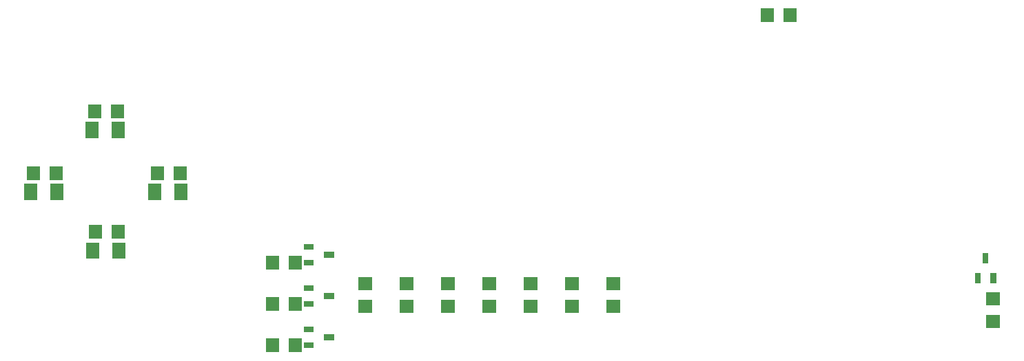
<source format=gbp>
G04 Layer: BottomPasteMaskLayer*
G04 EasyEDA v6.3.22, 2020-04-19T15:25:33+02:00*
G04 9585e20cbaa244c19a7501b8b38ea314,91c4fea8558b4139a52e513319813ad2,10*
G04 Gerber Generator version 0.2*
G04 Scale: 100 percent, Rotated: No, Reflected: No *
G04 Dimensions in millimeters *
G04 leading zeros omitted , absolute positions ,3 integer and 3 decimal *
%FSLAX33Y33*%
%MOMM*%
G90*
G71D02*


%LPD*%
G36*
G01X55049Y17203D02*
G01X55049Y15602D01*
G01X56750Y15602D01*
G01X56750Y17203D01*
G01X55049Y17203D01*
G37*
G36*
G01X55049Y19997D02*
G01X55049Y18396D01*
G01X56750Y18396D01*
G01X56750Y19997D01*
G01X55049Y19997D01*
G37*
G36*
G01X61830Y18396D02*
G01X61830Y19997D01*
G01X60129Y19997D01*
G01X60129Y18396D01*
G01X61830Y18396D01*
G37*
G36*
G01X61830Y15602D02*
G01X61830Y17203D01*
G01X60129Y17203D01*
G01X60129Y15602D01*
G01X61830Y15602D01*
G37*
G36*
G01X66910Y18396D02*
G01X66910Y19997D01*
G01X65209Y19997D01*
G01X65209Y18396D01*
G01X66910Y18396D01*
G37*
G36*
G01X66910Y15602D02*
G01X66910Y17203D01*
G01X65209Y17203D01*
G01X65209Y15602D01*
G01X66910Y15602D01*
G37*
G36*
G01X70289Y17203D02*
G01X70289Y15602D01*
G01X71990Y15602D01*
G01X71990Y17203D01*
G01X70289Y17203D01*
G37*
G36*
G01X70289Y19997D02*
G01X70289Y18396D01*
G01X71990Y18396D01*
G01X71990Y19997D01*
G01X70289Y19997D01*
G37*
G36*
G01X75369Y17203D02*
G01X75369Y15602D01*
G01X77070Y15602D01*
G01X77070Y17203D01*
G01X75369Y17203D01*
G37*
G36*
G01X75369Y19997D02*
G01X75369Y18396D01*
G01X77070Y18396D01*
G01X77070Y19997D01*
G01X75369Y19997D01*
G37*
G36*
G01X80449Y17203D02*
G01X80449Y15602D01*
G01X82150Y15602D01*
G01X82150Y17203D01*
G01X80449Y17203D01*
G37*
G36*
G01X80449Y19997D02*
G01X80449Y18396D01*
G01X82150Y18396D01*
G01X82150Y19997D01*
G01X80449Y19997D01*
G37*
G36*
G01X85529Y17203D02*
G01X85529Y15602D01*
G01X87230Y15602D01*
G01X87230Y17203D01*
G01X85529Y17203D01*
G37*
G36*
G01X85529Y19997D02*
G01X85529Y18396D01*
G01X87230Y18396D01*
G01X87230Y19997D01*
G01X85529Y19997D01*
G37*
G36*
G01X131750Y21726D02*
G01X132450Y21726D01*
G01X132450Y22976D01*
G01X131750Y22976D01*
G01X131750Y21726D01*
G37*
G36*
G01X130800Y19227D02*
G01X131500Y19227D01*
G01X131500Y20477D01*
G01X130800Y20477D01*
G01X130800Y19227D01*
G37*
G36*
G01X132699Y19227D02*
G01X133399Y19227D01*
G01X133399Y20477D01*
G01X132699Y20477D01*
G01X132699Y19227D01*
G37*
G36*
G01X50809Y23103D02*
G01X50809Y22402D01*
G01X52059Y22402D01*
G01X52059Y23103D01*
G01X50809Y23103D01*
G37*
G36*
G01X48310Y24052D02*
G01X48310Y23352D01*
G01X49560Y23352D01*
G01X49560Y24052D01*
G01X48310Y24052D01*
G37*
G36*
G01X48310Y22153D02*
G01X48310Y21453D01*
G01X49560Y21453D01*
G01X49560Y22153D01*
G01X48310Y22153D01*
G37*
G36*
G01X50809Y18023D02*
G01X50809Y17322D01*
G01X52059Y17322D01*
G01X52059Y18023D01*
G01X50809Y18023D01*
G37*
G36*
G01X48310Y18972D02*
G01X48310Y18272D01*
G01X49560Y18272D01*
G01X49560Y18972D01*
G01X48310Y18972D01*
G37*
G36*
G01X48310Y17073D02*
G01X48310Y16373D01*
G01X49560Y16373D01*
G01X49560Y17073D01*
G01X48310Y17073D01*
G37*
G36*
G01X50809Y12943D02*
G01X50809Y12242D01*
G01X52059Y12242D01*
G01X52059Y12943D01*
G01X50809Y12943D01*
G37*
G36*
G01X48310Y13892D02*
G01X48310Y13192D01*
G01X49560Y13192D01*
G01X49560Y13892D01*
G01X48310Y13892D01*
G37*
G36*
G01X48310Y11993D02*
G01X48310Y11293D01*
G01X49560Y11293D01*
G01X49560Y11993D01*
G01X48310Y11993D01*
G37*
G36*
G01X46463Y20886D02*
G01X48064Y20886D01*
G01X48064Y22587D01*
G01X46463Y22587D01*
G01X46463Y20886D01*
G37*
G36*
G01X43669Y20886D02*
G01X45270Y20886D01*
G01X45270Y22587D01*
G01X43669Y22587D01*
G01X43669Y20886D01*
G37*
G36*
G01X46463Y15806D02*
G01X48064Y15806D01*
G01X48064Y17507D01*
G01X46463Y17507D01*
G01X46463Y15806D01*
G37*
G36*
G01X43669Y15806D02*
G01X45270Y15806D01*
G01X45270Y17507D01*
G01X43669Y17507D01*
G01X43669Y15806D01*
G37*
G36*
G01X46463Y10726D02*
G01X48064Y10726D01*
G01X48064Y12427D01*
G01X46463Y12427D01*
G01X46463Y10726D01*
G37*
G36*
G01X43669Y10726D02*
G01X45270Y10726D01*
G01X45270Y12427D01*
G01X43669Y12427D01*
G01X43669Y10726D01*
G37*
G36*
G01X133839Y16491D02*
G01X133839Y18092D01*
G01X132138Y18092D01*
G01X132138Y16491D01*
G01X133839Y16491D01*
G37*
G36*
G01X133839Y13697D02*
G01X133839Y15298D01*
G01X132138Y15298D01*
G01X132138Y13697D01*
G01X133839Y13697D01*
G37*
G36*
G01X23426Y41256D02*
G01X21825Y41256D01*
G01X21825Y39555D01*
G01X23426Y39555D01*
G01X23426Y41256D01*
G37*
G36*
G01X26220Y41256D02*
G01X24619Y41256D01*
G01X24619Y39555D01*
G01X26220Y39555D01*
G01X26220Y41256D01*
G37*
G36*
G01X15933Y33636D02*
G01X14332Y33636D01*
G01X14332Y31935D01*
G01X15933Y31935D01*
G01X15933Y33636D01*
G37*
G36*
G01X18727Y33636D02*
G01X17126Y33636D01*
G01X17126Y31935D01*
G01X18727Y31935D01*
G01X18727Y33636D01*
G37*
G36*
G01X23553Y26397D02*
G01X21952Y26397D01*
G01X21952Y24696D01*
G01X23553Y24696D01*
G01X23553Y26397D01*
G37*
G36*
G01X26347Y26397D02*
G01X24746Y26397D01*
G01X24746Y24696D01*
G01X26347Y24696D01*
G01X26347Y26397D01*
G37*
G36*
G01X31173Y33636D02*
G01X29572Y33636D01*
G01X29572Y31935D01*
G01X31173Y31935D01*
G01X31173Y33636D01*
G37*
G36*
G01X33967Y33636D02*
G01X32366Y33636D01*
G01X32366Y31935D01*
G01X33967Y31935D01*
G01X33967Y33636D01*
G37*
G36*
G01X107296Y51366D02*
G01X108897Y51366D01*
G01X108897Y53067D01*
G01X107296Y53067D01*
G01X107296Y51366D01*
G37*
G36*
G01X104502Y51366D02*
G01X106103Y51366D01*
G01X106103Y53067D01*
G01X104502Y53067D01*
G01X104502Y51366D01*
G37*
G36*
G01X29242Y29499D02*
G01X30843Y29499D01*
G01X30843Y31499D01*
G01X29242Y31499D01*
G01X29242Y29499D01*
G37*
G36*
G01X32442Y29499D02*
G01X34043Y29499D01*
G01X34043Y31499D01*
G01X32442Y31499D01*
G01X32442Y29499D01*
G37*
G36*
G01X21622Y22260D02*
G01X23223Y22260D01*
G01X23223Y24260D01*
G01X21622Y24260D01*
G01X21622Y22260D01*
G37*
G36*
G01X24822Y22260D02*
G01X26423Y22260D01*
G01X26423Y24260D01*
G01X24822Y24260D01*
G01X24822Y22260D01*
G37*
G36*
G01X14002Y29499D02*
G01X15603Y29499D01*
G01X15603Y31499D01*
G01X14002Y31499D01*
G01X14002Y29499D01*
G37*
G36*
G01X17202Y29499D02*
G01X18803Y29499D01*
G01X18803Y31499D01*
G01X17202Y31499D01*
G01X17202Y29499D01*
G37*
G36*
G01X21495Y37119D02*
G01X23096Y37119D01*
G01X23096Y39119D01*
G01X21495Y39119D01*
G01X21495Y37119D01*
G37*
G36*
G01X24695Y37119D02*
G01X26296Y37119D01*
G01X26296Y39119D01*
G01X24695Y39119D01*
G01X24695Y37119D01*
G37*
M00*
M02*

</source>
